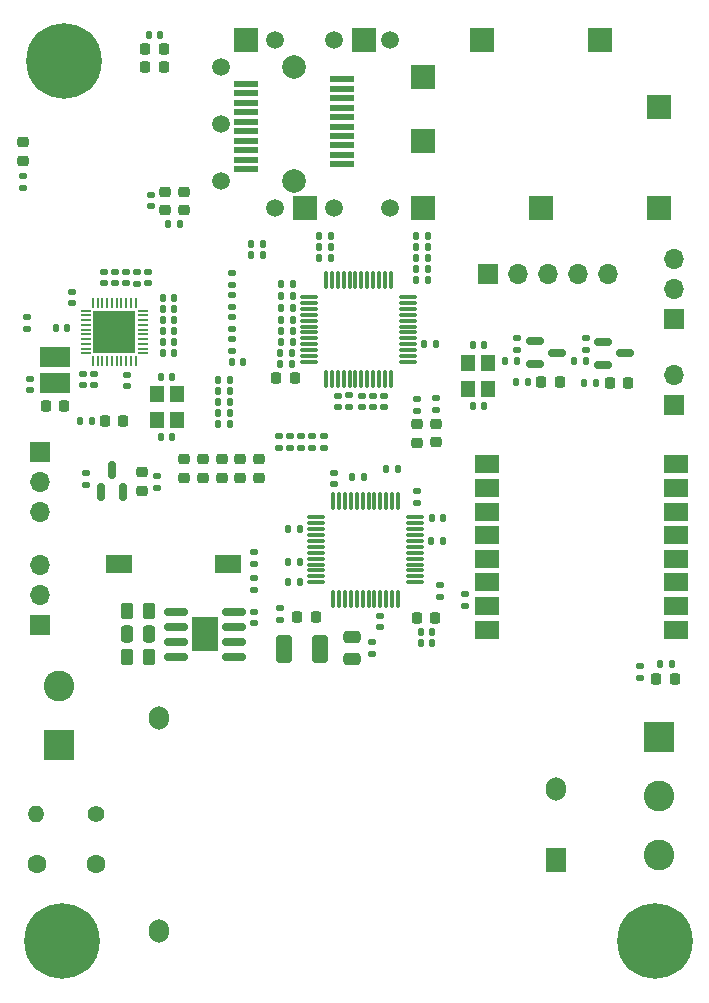
<source format=gbr>
%TF.GenerationSoftware,KiCad,Pcbnew,8.0.4*%
%TF.CreationDate,2025-11-09T23:28:19-03:00*%
%TF.ProjectId,sfp_moduloIC,7366705f-6d6f-4647-956c-6f49432e6b69,v2.0*%
%TF.SameCoordinates,Original*%
%TF.FileFunction,Soldermask,Top*%
%TF.FilePolarity,Negative*%
%FSLAX46Y46*%
G04 Gerber Fmt 4.6, Leading zero omitted, Abs format (unit mm)*
G04 Created by KiCad (PCBNEW 8.0.4) date 2025-11-09 23:28:19*
%MOMM*%
%LPD*%
G01*
G04 APERTURE LIST*
G04 Aperture macros list*
%AMRoundRect*
0 Rectangle with rounded corners*
0 $1 Rounding radius*
0 $2 $3 $4 $5 $6 $7 $8 $9 X,Y pos of 4 corners*
0 Add a 4 corners polygon primitive as box body*
4,1,4,$2,$3,$4,$5,$6,$7,$8,$9,$2,$3,0*
0 Add four circle primitives for the rounded corners*
1,1,$1+$1,$2,$3*
1,1,$1+$1,$4,$5*
1,1,$1+$1,$6,$7*
1,1,$1+$1,$8,$9*
0 Add four rect primitives between the rounded corners*
20,1,$1+$1,$2,$3,$4,$5,0*
20,1,$1+$1,$4,$5,$6,$7,0*
20,1,$1+$1,$6,$7,$8,$9,0*
20,1,$1+$1,$8,$9,$2,$3,0*%
G04 Aperture macros list end*
%ADD10RoundRect,0.140000X-0.140000X-0.170000X0.140000X-0.170000X0.140000X0.170000X-0.140000X0.170000X0*%
%ADD11RoundRect,0.140000X-0.170000X0.140000X-0.170000X-0.140000X0.170000X-0.140000X0.170000X0.140000X0*%
%ADD12R,2.600000X2.600000*%
%ADD13C,2.600000*%
%ADD14RoundRect,0.150000X-0.587500X-0.150000X0.587500X-0.150000X0.587500X0.150000X-0.587500X0.150000X0*%
%ADD15RoundRect,0.140000X0.140000X0.170000X-0.140000X0.170000X-0.140000X-0.170000X0.140000X-0.170000X0*%
%ADD16RoundRect,0.218750X0.218750X0.256250X-0.218750X0.256250X-0.218750X-0.256250X0.218750X-0.256250X0*%
%ADD17RoundRect,0.062500X-0.062500X0.350000X-0.062500X-0.350000X0.062500X-0.350000X0.062500X0.350000X0*%
%ADD18RoundRect,0.062500X-0.350000X0.062500X-0.350000X-0.062500X0.350000X-0.062500X0.350000X0.062500X0*%
%ADD19R,3.600000X3.600000*%
%ADD20RoundRect,0.218750X-0.256250X0.218750X-0.256250X-0.218750X0.256250X-0.218750X0.256250X0.218750X0*%
%ADD21RoundRect,0.135000X0.135000X0.185000X-0.135000X0.185000X-0.135000X-0.185000X0.135000X-0.185000X0*%
%ADD22RoundRect,0.135000X-0.185000X0.135000X-0.185000X-0.135000X0.185000X-0.135000X0.185000X0.135000X0*%
%ADD23RoundRect,0.250000X0.412500X0.925000X-0.412500X0.925000X-0.412500X-0.925000X0.412500X-0.925000X0*%
%ADD24C,1.600000*%
%ADD25C,1.400000*%
%ADD26O,1.400000X1.400000*%
%ADD27RoundRect,0.140000X0.170000X-0.140000X0.170000X0.140000X-0.170000X0.140000X-0.170000X-0.140000X0*%
%ADD28RoundRect,0.135000X-0.135000X-0.185000X0.135000X-0.185000X0.135000X0.185000X-0.135000X0.185000X0*%
%ADD29C,6.400000*%
%ADD30RoundRect,0.135000X0.185000X-0.135000X0.185000X0.135000X-0.185000X0.135000X-0.185000X-0.135000X0*%
%ADD31R,1.700000X1.700000*%
%ADD32O,1.700000X1.700000*%
%ADD33RoundRect,0.250000X0.475000X-0.250000X0.475000X0.250000X-0.475000X0.250000X-0.475000X-0.250000X0*%
%ADD34RoundRect,0.225000X0.225000X0.250000X-0.225000X0.250000X-0.225000X-0.250000X0.225000X-0.250000X0*%
%ADD35RoundRect,0.218750X0.256250X-0.218750X0.256250X0.218750X-0.256250X0.218750X-0.256250X-0.218750X0*%
%ADD36RoundRect,0.150000X0.150000X-0.587500X0.150000X0.587500X-0.150000X0.587500X-0.150000X-0.587500X0*%
%ADD37RoundRect,0.225000X-0.225000X-0.250000X0.225000X-0.250000X0.225000X0.250000X-0.225000X0.250000X0*%
%ADD38C,2.000000*%
%ADD39R,2.000000X0.500000*%
%ADD40R,2.000000X2.000000*%
%ADD41C,1.500000*%
%ADD42RoundRect,0.250000X0.262500X0.450000X-0.262500X0.450000X-0.262500X-0.450000X0.262500X-0.450000X0*%
%ADD43R,1.200000X1.400000*%
%ADD44R,2.000000X1.500000*%
%ADD45RoundRect,0.250000X-0.262500X-0.450000X0.262500X-0.450000X0.262500X0.450000X-0.262500X0.450000X0*%
%ADD46RoundRect,0.150000X-0.825000X-0.150000X0.825000X-0.150000X0.825000X0.150000X-0.825000X0.150000X0*%
%ADD47R,2.290000X3.000000*%
%ADD48RoundRect,0.225000X-0.250000X0.225000X-0.250000X-0.225000X0.250000X-0.225000X0.250000X0.225000X0*%
%ADD49R,1.700000X2.000000*%
%ADD50O,1.700000X2.000000*%
%ADD51R,2.180000X1.600000*%
%ADD52R,2.650000X1.800000*%
%ADD53RoundRect,0.250000X-0.250000X-0.475000X0.250000X-0.475000X0.250000X0.475000X-0.250000X0.475000X0*%
%ADD54RoundRect,0.075000X0.075000X-0.662500X0.075000X0.662500X-0.075000X0.662500X-0.075000X-0.662500X0*%
%ADD55RoundRect,0.075000X0.662500X-0.075000X0.662500X0.075000X-0.662500X0.075000X-0.662500X-0.075000X0*%
%ADD56RoundRect,0.075000X-0.662500X-0.075000X0.662500X-0.075000X0.662500X0.075000X-0.662500X0.075000X0*%
%ADD57RoundRect,0.075000X-0.075000X-0.662500X0.075000X-0.662500X0.075000X0.662500X-0.075000X0.662500X0*%
G04 APERTURE END LIST*
D10*
%TO.C,C37*%
X150570001Y-104300000D03*
X151530001Y-104300000D03*
%TD*%
D11*
%TO.C,C13*%
X147442501Y-84250000D03*
X147442501Y-85210000D03*
%TD*%
D12*
%TO.C,J8*%
X119910536Y-113816266D03*
D13*
X119910536Y-108816266D03*
%TD*%
D14*
%TO.C,Q3*%
X160181701Y-79660750D03*
X160181701Y-81560750D03*
X162056701Y-80610750D03*
%TD*%
D15*
%TO.C,C9*%
X139630001Y-81610000D03*
X138670001Y-81610000D03*
%TD*%
D10*
%TO.C,C35*%
X128690001Y-79695000D03*
X129650001Y-79695000D03*
%TD*%
%TO.C,C19*%
X128690001Y-75995000D03*
X129650001Y-75995000D03*
%TD*%
D16*
%TO.C,D11*%
X168104201Y-83155750D03*
X166529201Y-83155750D03*
%TD*%
D17*
%TO.C,U4*%
X126402501Y-76427500D03*
X126002501Y-76427500D03*
X125602501Y-76427500D03*
X125202501Y-76427500D03*
X124802501Y-76427500D03*
X124402501Y-76427500D03*
X124002501Y-76427500D03*
X123602501Y-76427500D03*
X123202501Y-76427500D03*
X122802501Y-76427500D03*
D18*
X122165001Y-77065000D03*
X122165001Y-77465000D03*
X122165001Y-77865000D03*
X122165001Y-78265000D03*
X122165001Y-78665000D03*
X122165001Y-79065000D03*
X122165001Y-79465000D03*
X122165001Y-79865000D03*
X122165001Y-80265000D03*
X122165001Y-80665000D03*
D17*
X122802501Y-81302500D03*
X123202501Y-81302500D03*
X123602501Y-81302500D03*
X124002501Y-81302500D03*
X124402501Y-81302500D03*
X124802501Y-81302500D03*
X125202501Y-81302500D03*
X125602501Y-81302500D03*
X126002501Y-81302500D03*
X126402501Y-81302500D03*
D18*
X127040001Y-80665000D03*
X127040001Y-80265000D03*
X127040001Y-79865000D03*
X127040001Y-79465000D03*
X127040001Y-79065000D03*
X127040001Y-78665000D03*
X127040001Y-78265000D03*
X127040001Y-77865000D03*
X127040001Y-77465000D03*
X127040001Y-77065000D03*
D19*
X124602501Y-78865000D03*
%TD*%
D15*
%TO.C,C46*%
X122685001Y-86410000D03*
X121725001Y-86410000D03*
%TD*%
D20*
%TO.C,D10*%
X130480001Y-89615000D03*
X130480001Y-91190000D03*
%TD*%
D10*
%TO.C,C3*%
X154940001Y-85140000D03*
X155900001Y-85140000D03*
%TD*%
D21*
%TO.C,R16*%
X142920001Y-71690000D03*
X141900001Y-71690000D03*
%TD*%
D22*
%TO.C,R52*%
X164524201Y-79390750D03*
X164524201Y-80410750D03*
%TD*%
D23*
%TO.C,C14*%
X142043036Y-105666266D03*
X138968036Y-105666266D03*
%TD*%
D24*
%TO.C,C11*%
X123019536Y-123938266D03*
X118019536Y-123938266D03*
%TD*%
D15*
%TO.C,C4*%
X155900001Y-80010000D03*
X154940001Y-80010000D03*
%TD*%
D25*
%TO.C,RV1*%
X123059536Y-119688266D03*
D26*
X117979536Y-119688266D03*
%TD*%
D22*
%TO.C,R40*%
X139490001Y-87670000D03*
X139490001Y-88690000D03*
%TD*%
D27*
%TO.C,C47*%
X136460001Y-98490000D03*
X136460001Y-97530000D03*
%TD*%
D15*
%TO.C,C2*%
X139690001Y-76820000D03*
X138730001Y-76820000D03*
%TD*%
D21*
%TO.C,R17*%
X142920001Y-72640000D03*
X141900001Y-72640000D03*
%TD*%
%TO.C,R57*%
X164574201Y-81300750D03*
X163554201Y-81300750D03*
%TD*%
D27*
%TO.C,C26*%
X123730001Y-74710000D03*
X123730001Y-73750000D03*
%TD*%
D28*
%TO.C,R29*%
X138620001Y-80660000D03*
X139640001Y-80660000D03*
%TD*%
D29*
%TO.C,H1*%
X120355536Y-55941266D03*
%TD*%
D20*
%TO.C,D6*%
X136880001Y-89622500D03*
X136880001Y-91197500D03*
%TD*%
D22*
%TO.C,R27*%
X134595500Y-75764501D03*
X134595500Y-76784501D03*
%TD*%
D28*
%TO.C,R12*%
X150150001Y-72610000D03*
X151170001Y-72610000D03*
%TD*%
D15*
%TO.C,C5*%
X139690001Y-79730000D03*
X138730001Y-79730000D03*
%TD*%
D16*
%TO.C,D4*%
X141643036Y-102966266D03*
X140068036Y-102966266D03*
%TD*%
D20*
%TO.C,D8*%
X133680001Y-89622500D03*
X133680001Y-91197500D03*
%TD*%
D22*
%TO.C,R24*%
X151798801Y-84487600D03*
X151798801Y-85507600D03*
%TD*%
D10*
%TO.C,C23*%
X134540001Y-81390000D03*
X135500001Y-81390000D03*
%TD*%
D20*
%TO.C,D5*%
X126910001Y-90762500D03*
X126910001Y-92337500D03*
%TD*%
D30*
%TO.C,R26*%
X134595500Y-80504501D03*
X134595500Y-79484501D03*
%TD*%
D20*
%TO.C,D9*%
X132080001Y-89622500D03*
X132080001Y-91197500D03*
%TD*%
D11*
%TO.C,C52*%
X169070536Y-107176266D03*
X169070536Y-108136266D03*
%TD*%
D21*
%TO.C,R21*%
X139700001Y-77850000D03*
X138680001Y-77850000D03*
%TD*%
D15*
%TO.C,C32*%
X140297501Y-100010000D03*
X139337501Y-100010000D03*
%TD*%
D31*
%TO.C,J1*%
X156210001Y-73940000D03*
D32*
X158750001Y-73940000D03*
X161290001Y-73940000D03*
X163830001Y-73940000D03*
X166370001Y-73940000D03*
%TD*%
D33*
%TO.C,C16*%
X144755536Y-106566266D03*
X144755536Y-104666266D03*
%TD*%
D22*
%TO.C,R43*%
X142320001Y-87660000D03*
X142320001Y-88680000D03*
%TD*%
D11*
%TO.C,C6*%
X143532501Y-84250000D03*
X143532501Y-85210000D03*
%TD*%
D31*
%TO.C,J4*%
X171990001Y-77775000D03*
D32*
X171990001Y-75235000D03*
X171990001Y-72695000D03*
%TD*%
D10*
%TO.C,C40*%
X150570001Y-105220000D03*
X151530001Y-105220000D03*
%TD*%
D34*
%TO.C,C49*%
X128785001Y-54940000D03*
X127235001Y-54940000D03*
%TD*%
D35*
%TO.C,L3*%
X130470001Y-68550000D03*
X130470001Y-66975000D03*
%TD*%
D21*
%TO.C,R59*%
X158734201Y-81300750D03*
X157714201Y-81300750D03*
%TD*%
%TO.C,R58*%
X159614201Y-83090750D03*
X158594201Y-83090750D03*
%TD*%
D22*
%TO.C,R41*%
X140430001Y-87660000D03*
X140430001Y-88680000D03*
%TD*%
D11*
%TO.C,C17*%
X136447501Y-102533750D03*
X136447501Y-103493750D03*
%TD*%
D36*
%TO.C,Q1*%
X123470001Y-92427500D03*
X125370001Y-92427500D03*
X124420001Y-90552500D03*
%TD*%
D16*
%TO.C,D12*%
X162319201Y-83110750D03*
X160744201Y-83110750D03*
%TD*%
D28*
%TO.C,R48*%
X151450001Y-96590000D03*
X152470001Y-96590000D03*
%TD*%
D11*
%TO.C,C38*%
X125670001Y-82500000D03*
X125670001Y-83460000D03*
%TD*%
D10*
%TO.C,C21*%
X128690001Y-77845000D03*
X129650001Y-77845000D03*
%TD*%
D37*
%TO.C,C54*%
X170500536Y-108246266D03*
X172050536Y-108246266D03*
%TD*%
D11*
%TO.C,C33*%
X122910001Y-82400000D03*
X122910001Y-83360000D03*
%TD*%
D38*
%TO.C,J6*%
X139815001Y-66070000D03*
X139815001Y-56470000D03*
D39*
X143915001Y-64670000D03*
X143915001Y-63870000D03*
X143915001Y-63070000D03*
X143915001Y-62270000D03*
X143915001Y-61470000D03*
X143915001Y-60670000D03*
X143915001Y-59870000D03*
X143915001Y-59070000D03*
X143915001Y-58270000D03*
X143915001Y-57470000D03*
X135715001Y-57870000D03*
X135715001Y-58670000D03*
X135715001Y-59470000D03*
X135715001Y-60270000D03*
X135715001Y-61070000D03*
X135715001Y-61870000D03*
X135715001Y-62670000D03*
X135715001Y-63470000D03*
X135715001Y-64270000D03*
X135715001Y-65070000D03*
D40*
X170715001Y-68395000D03*
X170715001Y-59820000D03*
X165715001Y-54145000D03*
X160715001Y-68395000D03*
X155715001Y-54145000D03*
X150715001Y-68395000D03*
X150715001Y-62720000D03*
X150715001Y-57320000D03*
D41*
X147915001Y-68395000D03*
X147915001Y-54145000D03*
D40*
X145715001Y-54145000D03*
D41*
X143215001Y-68395000D03*
X143215001Y-54145000D03*
D40*
X140715001Y-68395000D03*
D41*
X138215001Y-68395000D03*
X138215001Y-54145000D03*
D40*
X135715001Y-54145000D03*
D41*
X133615001Y-66070000D03*
X133615001Y-61270000D03*
X133615001Y-56470000D03*
%TD*%
D37*
%TO.C,C43*%
X150205001Y-103100000D03*
X151755001Y-103100000D03*
%TD*%
D10*
%TO.C,C24*%
X128540001Y-87760000D03*
X129500001Y-87760000D03*
%TD*%
D35*
%TO.C,D1*%
X150190001Y-88230000D03*
X150190001Y-86655000D03*
%TD*%
D42*
%TO.C,R1*%
X127510001Y-106350000D03*
X125685001Y-106350000D03*
%TD*%
D21*
%TO.C,R22*%
X139700001Y-78800000D03*
X138680001Y-78800000D03*
%TD*%
D10*
%TO.C,C22*%
X128690001Y-78775000D03*
X129650001Y-78775000D03*
%TD*%
D31*
%TO.C,J3*%
X118305536Y-103696266D03*
D32*
X118305536Y-101156266D03*
X118305536Y-98616266D03*
%TD*%
D21*
%TO.C,R34*%
X134370001Y-82900000D03*
X133350001Y-82900000D03*
%TD*%
D20*
%TO.C,D7*%
X135280001Y-89620000D03*
X135280001Y-91195000D03*
%TD*%
D43*
%TO.C,Y2*%
X128240001Y-84100000D03*
X128240001Y-86300000D03*
X129940001Y-86300000D03*
X129940001Y-84100000D03*
%TD*%
D31*
%TO.C,J2*%
X118350001Y-89026266D03*
D32*
X118350001Y-91566266D03*
X118350001Y-94106266D03*
%TD*%
D28*
%TO.C,R10*%
X150150001Y-74500000D03*
X151170001Y-74500000D03*
%TD*%
D21*
%TO.C,R7*%
X148605201Y-90475600D03*
X147585201Y-90475600D03*
%TD*%
%TO.C,R55*%
X137210001Y-71440000D03*
X136190001Y-71440000D03*
%TD*%
D27*
%TO.C,C29*%
X125580001Y-74720000D03*
X125580001Y-73760000D03*
%TD*%
D10*
%TO.C,C1*%
X150852501Y-79910000D03*
X151812501Y-79910000D03*
%TD*%
D44*
%TO.C,U5*%
X172160001Y-104070000D03*
X172160001Y-102070000D03*
X172160001Y-100070000D03*
X172160001Y-98070000D03*
X172160001Y-96070000D03*
X172160001Y-94070000D03*
X172160001Y-92070000D03*
X172160001Y-90070000D03*
X156160001Y-90070000D03*
X156160001Y-92070000D03*
X156160001Y-94070000D03*
X156160001Y-96070000D03*
X156160001Y-98070000D03*
X156160001Y-100070000D03*
X156160001Y-102070000D03*
X156160001Y-104070000D03*
%TD*%
D45*
%TO.C,R18*%
X125677501Y-102470000D03*
X127502501Y-102470000D03*
%TD*%
D10*
%TO.C,C27*%
X128690001Y-80625000D03*
X129650001Y-80625000D03*
%TD*%
D22*
%TO.C,R42*%
X141370001Y-87660000D03*
X141370001Y-88680000D03*
%TD*%
D21*
%TO.C,R20*%
X139700001Y-75790000D03*
X138680001Y-75790000D03*
%TD*%
%TO.C,R19*%
X139700001Y-74830000D03*
X138680001Y-74830000D03*
%TD*%
D16*
%TO.C,L2*%
X128797501Y-56400000D03*
X127222501Y-56400000D03*
%TD*%
D11*
%TO.C,C34*%
X147127501Y-102900000D03*
X147127501Y-103860000D03*
%TD*%
D28*
%TO.C,R14*%
X150150001Y-70720000D03*
X151170001Y-70720000D03*
%TD*%
D22*
%TO.C,R9*%
X152220001Y-100310000D03*
X152220001Y-101330000D03*
%TD*%
%TO.C,R33*%
X122240001Y-90822500D03*
X122240001Y-91842500D03*
%TD*%
D27*
%TO.C,C28*%
X143180001Y-91730000D03*
X143180001Y-90770000D03*
%TD*%
D21*
%TO.C,R35*%
X134380001Y-83860000D03*
X133360001Y-83860000D03*
%TD*%
%TO.C,R32*%
X140310001Y-95550000D03*
X139290001Y-95550000D03*
%TD*%
D30*
%TO.C,R46*%
X126520001Y-74770000D03*
X126520001Y-73750000D03*
%TD*%
%TO.C,R44*%
X128210001Y-92060000D03*
X128210001Y-91040000D03*
%TD*%
D35*
%TO.C,D2*%
X151808801Y-88195100D03*
X151808801Y-86620100D03*
%TD*%
D29*
%TO.C,H2*%
X170370001Y-130455732D03*
%TD*%
D43*
%TO.C,Y1*%
X154570001Y-81470000D03*
X154570001Y-83670000D03*
X156270001Y-83670000D03*
X156270001Y-81470000D03*
%TD*%
D30*
%TO.C,R25*%
X134605500Y-74914501D03*
X134605500Y-73894501D03*
%TD*%
D11*
%TO.C,C41*%
X121970001Y-82400000D03*
X121970001Y-83360000D03*
%TD*%
D21*
%TO.C,R36*%
X134390001Y-84800000D03*
X133370001Y-84800000D03*
%TD*%
D31*
%TO.C,J5*%
X172010001Y-85035000D03*
D32*
X172010001Y-82495000D03*
%TD*%
D21*
%TO.C,R54*%
X137210001Y-72390000D03*
X136190001Y-72390000D03*
%TD*%
D46*
%TO.C,U1*%
X129805001Y-102535000D03*
X129805001Y-103805000D03*
X129805001Y-105075000D03*
X129805001Y-106345000D03*
X134755001Y-106345000D03*
X134755001Y-105075000D03*
X134755001Y-103805000D03*
X134755001Y-102535000D03*
D47*
X132280001Y-104440000D03*
%TD*%
D48*
%TO.C,C56*%
X128920001Y-66987500D03*
X128920001Y-68537500D03*
%TD*%
D15*
%TO.C,C25*%
X129500001Y-82640000D03*
X128540001Y-82640000D03*
%TD*%
D11*
%TO.C,C7*%
X144452501Y-84240000D03*
X144452501Y-85200000D03*
%TD*%
D15*
%TO.C,C50*%
X128500001Y-53750000D03*
X127540001Y-53750000D03*
%TD*%
D14*
%TO.C,Q2*%
X165984201Y-79730750D03*
X165984201Y-81630750D03*
X167859201Y-80680750D03*
%TD*%
D10*
%TO.C,C30*%
X151467501Y-94620000D03*
X152427501Y-94620000D03*
%TD*%
D21*
%TO.C,R47*%
X140310001Y-98330000D03*
X139290001Y-98330000D03*
%TD*%
D29*
%TO.C,H3*%
X120200000Y-130445731D03*
%TD*%
D21*
%TO.C,R51*%
X145709601Y-91136000D03*
X144689601Y-91136000D03*
%TD*%
D15*
%TO.C,C53*%
X130150001Y-69722500D03*
X129190001Y-69722500D03*
%TD*%
D27*
%TO.C,C36*%
X121018801Y-76420000D03*
X121018801Y-75460000D03*
%TD*%
D37*
%TO.C,C48*%
X123820001Y-86390000D03*
X125370001Y-86390000D03*
%TD*%
D21*
%TO.C,R37*%
X134400001Y-85750000D03*
X133380001Y-85750000D03*
%TD*%
D49*
%TO.C,PS1*%
X161963036Y-123573766D03*
D50*
X161963036Y-117573766D03*
X128363036Y-129573766D03*
X128363036Y-111573766D03*
%TD*%
D22*
%TO.C,R49*%
X136450001Y-99720000D03*
X136450001Y-100740000D03*
%TD*%
D51*
%TO.C,SW1*%
X125040001Y-98500000D03*
X134220001Y-98500000D03*
%TD*%
D21*
%TO.C,R53*%
X165404201Y-83160750D03*
X164384201Y-83160750D03*
%TD*%
D30*
%TO.C,R31*%
X138655536Y-103226266D03*
X138655536Y-102206266D03*
%TD*%
D27*
%TO.C,C31*%
X127450001Y-74720000D03*
X127450001Y-73760000D03*
%TD*%
D22*
%TO.C,R23*%
X150228801Y-84507600D03*
X150228801Y-85527600D03*
%TD*%
D12*
%TO.C,J7*%
X170700536Y-113161600D03*
D13*
X170700536Y-118161600D03*
X170700536Y-123161600D03*
%TD*%
D10*
%TO.C,C20*%
X128690001Y-76915000D03*
X129650001Y-76915000D03*
%TD*%
D28*
%TO.C,R13*%
X150150001Y-71660000D03*
X151170001Y-71660000D03*
%TD*%
D27*
%TO.C,C18*%
X146405536Y-106096266D03*
X146405536Y-105136266D03*
%TD*%
D22*
%TO.C,R45*%
X117190001Y-77600000D03*
X117190001Y-78620000D03*
%TD*%
D11*
%TO.C,C55*%
X127730001Y-67242500D03*
X127730001Y-68202500D03*
%TD*%
D22*
%TO.C,R8*%
X150250001Y-92290000D03*
X150250001Y-93310000D03*
%TD*%
D21*
%TO.C,R15*%
X142920001Y-70750000D03*
X141900001Y-70750000D03*
%TD*%
D52*
%TO.C,L1*%
X119610001Y-83210000D03*
X119610001Y-81010000D03*
%TD*%
D11*
%TO.C,C15*%
X145582501Y-84252500D03*
X145582501Y-85212500D03*
%TD*%
D22*
%TO.C,R28*%
X134595500Y-77624501D03*
X134595500Y-78644501D03*
%TD*%
D30*
%TO.C,R50*%
X154270001Y-102060000D03*
X154270001Y-101040000D03*
%TD*%
D34*
%TO.C,C10*%
X139880001Y-82800000D03*
X138330001Y-82800000D03*
%TD*%
D22*
%TO.C,R30*%
X116830536Y-65643766D03*
X116830536Y-66663766D03*
%TD*%
D53*
%TO.C,C12*%
X125645001Y-104420000D03*
X127545001Y-104420000D03*
%TD*%
D54*
%TO.C,U3*%
X143130001Y-101472500D03*
X143630001Y-101472500D03*
X144130001Y-101472500D03*
X144630001Y-101472500D03*
X145130001Y-101472500D03*
X145630001Y-101472500D03*
X146130001Y-101472500D03*
X146630001Y-101472500D03*
X147130001Y-101472500D03*
X147630001Y-101472500D03*
X148130001Y-101472500D03*
X148630001Y-101472500D03*
D55*
X150042501Y-100060000D03*
X150042501Y-99560000D03*
X150042501Y-99060000D03*
X150042501Y-98560000D03*
X150042501Y-98060000D03*
X150042501Y-97560000D03*
X150042501Y-97060000D03*
X150042501Y-96560000D03*
X150042501Y-96060000D03*
X150042501Y-95560000D03*
X150042501Y-95060000D03*
X150042501Y-94560000D03*
D54*
X148630001Y-93147500D03*
X148130001Y-93147500D03*
X147630001Y-93147500D03*
X147130001Y-93147500D03*
X146630001Y-93147500D03*
X146130001Y-93147500D03*
X145630001Y-93147500D03*
X145130001Y-93147500D03*
X144630001Y-93147500D03*
X144130001Y-93147500D03*
X143630001Y-93147500D03*
X143130001Y-93147500D03*
D55*
X141717501Y-94560000D03*
X141717501Y-95060000D03*
X141717501Y-95560000D03*
X141717501Y-96060000D03*
X141717501Y-96560000D03*
X141717501Y-97060000D03*
X141717501Y-97560000D03*
X141717501Y-98060000D03*
X141717501Y-98560000D03*
X141717501Y-99060000D03*
X141717501Y-99560000D03*
X141717501Y-100060000D03*
%TD*%
D21*
%TO.C,R38*%
X134410001Y-86690000D03*
X133390001Y-86690000D03*
%TD*%
D15*
%TO.C,C44*%
X120605536Y-78506266D03*
X119645536Y-78506266D03*
%TD*%
D56*
%TO.C,U2*%
X141110001Y-75910000D03*
X141110001Y-76410000D03*
X141110001Y-76910000D03*
X141110001Y-77410000D03*
X141110001Y-77910000D03*
X141110001Y-78410000D03*
X141110001Y-78910000D03*
X141110001Y-79410000D03*
X141110001Y-79910000D03*
X141110001Y-80410000D03*
X141110001Y-80910000D03*
X141110001Y-81410000D03*
D57*
X142522501Y-82822500D03*
X143022501Y-82822500D03*
X143522501Y-82822500D03*
X144022501Y-82822500D03*
X144522501Y-82822500D03*
X145022501Y-82822500D03*
X145522501Y-82822500D03*
X146022501Y-82822500D03*
X146522501Y-82822500D03*
X147022501Y-82822500D03*
X147522501Y-82822500D03*
X148022501Y-82822500D03*
D56*
X149435001Y-81410000D03*
X149435001Y-80910000D03*
X149435001Y-80410000D03*
X149435001Y-79910000D03*
X149435001Y-79410000D03*
X149435001Y-78910000D03*
X149435001Y-78410000D03*
X149435001Y-77910000D03*
X149435001Y-77410000D03*
X149435001Y-76910000D03*
X149435001Y-76410000D03*
X149435001Y-75910000D03*
D57*
X148022501Y-74497500D03*
X147522501Y-74497500D03*
X147022501Y-74497500D03*
X146522501Y-74497500D03*
X146022501Y-74497500D03*
X145522501Y-74497500D03*
X145022501Y-74497500D03*
X144522501Y-74497500D03*
X144022501Y-74497500D03*
X143522501Y-74497500D03*
X143022501Y-74497500D03*
X142522501Y-74497500D03*
%TD*%
D28*
%TO.C,R11*%
X150150001Y-73560000D03*
X151170001Y-73560000D03*
%TD*%
D22*
%TO.C,R56*%
X158721701Y-79380750D03*
X158721701Y-80400750D03*
%TD*%
%TO.C,R39*%
X138550001Y-87660000D03*
X138550001Y-88680000D03*
%TD*%
D10*
%TO.C,C51*%
X170825536Y-107016266D03*
X171785536Y-107016266D03*
%TD*%
D11*
%TO.C,C8*%
X146512501Y-84250000D03*
X146512501Y-85210000D03*
%TD*%
D20*
%TO.C,D3*%
X116830536Y-62816266D03*
X116830536Y-64391266D03*
%TD*%
D11*
%TO.C,C39*%
X117490001Y-82820000D03*
X117490001Y-83780000D03*
%TD*%
D34*
%TO.C,C42*%
X120375001Y-85140000D03*
X118825001Y-85140000D03*
%TD*%
D27*
%TO.C,C45*%
X124660001Y-74720000D03*
X124660001Y-73760000D03*
%TD*%
M02*

</source>
